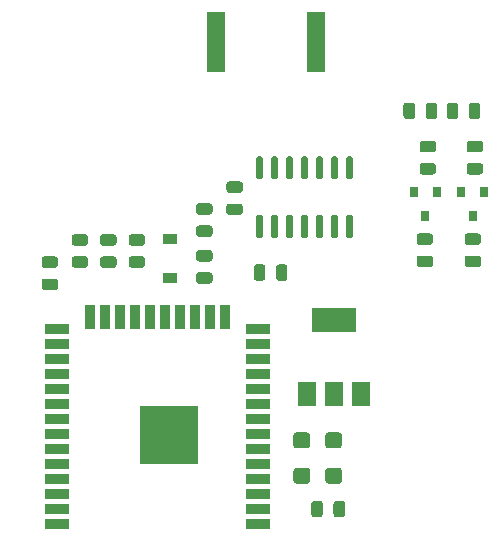
<source format=gtp>
G04 #@! TF.GenerationSoftware,KiCad,Pcbnew,(5.1.9-0-10_14)*
G04 #@! TF.CreationDate,2021-03-24T15:19:10+01:00*
G04 #@! TF.ProjectId,ithowifi_4l,6974686f-7769-4666-995f-346c2e6b6963,rev?*
G04 #@! TF.SameCoordinates,Original*
G04 #@! TF.FileFunction,Paste,Top*
G04 #@! TF.FilePolarity,Positive*
%FSLAX46Y46*%
G04 Gerber Fmt 4.6, Leading zero omitted, Abs format (unit mm)*
G04 Created by KiCad (PCBNEW (5.1.9-0-10_14)) date 2021-03-24 15:19:10*
%MOMM*%
%LPD*%
G01*
G04 APERTURE LIST*
%ADD10R,2.000000X0.900000*%
%ADD11R,0.900000X2.000000*%
%ADD12R,5.000000X5.000000*%
%ADD13R,1.500000X2.000000*%
%ADD14R,3.800000X2.000000*%
%ADD15R,1.200000X0.900000*%
%ADD16R,1.500000X5.080000*%
%ADD17R,0.800000X0.900000*%
G04 APERTURE END LIST*
G36*
G01*
X104772600Y-124416000D02*
X104472600Y-124416000D01*
G75*
G02*
X104322600Y-124266000I0J150000D01*
G01*
X104322600Y-122616000D01*
G75*
G02*
X104472600Y-122466000I150000J0D01*
G01*
X104772600Y-122466000D01*
G75*
G02*
X104922600Y-122616000I0J-150000D01*
G01*
X104922600Y-124266000D01*
G75*
G02*
X104772600Y-124416000I-150000J0D01*
G01*
G37*
G36*
G01*
X106042600Y-124416000D02*
X105742600Y-124416000D01*
G75*
G02*
X105592600Y-124266000I0J150000D01*
G01*
X105592600Y-122616000D01*
G75*
G02*
X105742600Y-122466000I150000J0D01*
G01*
X106042600Y-122466000D01*
G75*
G02*
X106192600Y-122616000I0J-150000D01*
G01*
X106192600Y-124266000D01*
G75*
G02*
X106042600Y-124416000I-150000J0D01*
G01*
G37*
G36*
G01*
X107312600Y-124416000D02*
X107012600Y-124416000D01*
G75*
G02*
X106862600Y-124266000I0J150000D01*
G01*
X106862600Y-122616000D01*
G75*
G02*
X107012600Y-122466000I150000J0D01*
G01*
X107312600Y-122466000D01*
G75*
G02*
X107462600Y-122616000I0J-150000D01*
G01*
X107462600Y-124266000D01*
G75*
G02*
X107312600Y-124416000I-150000J0D01*
G01*
G37*
G36*
G01*
X108582600Y-124416000D02*
X108282600Y-124416000D01*
G75*
G02*
X108132600Y-124266000I0J150000D01*
G01*
X108132600Y-122616000D01*
G75*
G02*
X108282600Y-122466000I150000J0D01*
G01*
X108582600Y-122466000D01*
G75*
G02*
X108732600Y-122616000I0J-150000D01*
G01*
X108732600Y-124266000D01*
G75*
G02*
X108582600Y-124416000I-150000J0D01*
G01*
G37*
G36*
G01*
X109852600Y-124416000D02*
X109552600Y-124416000D01*
G75*
G02*
X109402600Y-124266000I0J150000D01*
G01*
X109402600Y-122616000D01*
G75*
G02*
X109552600Y-122466000I150000J0D01*
G01*
X109852600Y-122466000D01*
G75*
G02*
X110002600Y-122616000I0J-150000D01*
G01*
X110002600Y-124266000D01*
G75*
G02*
X109852600Y-124416000I-150000J0D01*
G01*
G37*
G36*
G01*
X111122600Y-124416000D02*
X110822600Y-124416000D01*
G75*
G02*
X110672600Y-124266000I0J150000D01*
G01*
X110672600Y-122616000D01*
G75*
G02*
X110822600Y-122466000I150000J0D01*
G01*
X111122600Y-122466000D01*
G75*
G02*
X111272600Y-122616000I0J-150000D01*
G01*
X111272600Y-124266000D01*
G75*
G02*
X111122600Y-124416000I-150000J0D01*
G01*
G37*
G36*
G01*
X112392600Y-124416000D02*
X112092600Y-124416000D01*
G75*
G02*
X111942600Y-124266000I0J150000D01*
G01*
X111942600Y-122616000D01*
G75*
G02*
X112092600Y-122466000I150000J0D01*
G01*
X112392600Y-122466000D01*
G75*
G02*
X112542600Y-122616000I0J-150000D01*
G01*
X112542600Y-124266000D01*
G75*
G02*
X112392600Y-124416000I-150000J0D01*
G01*
G37*
G36*
G01*
X112392600Y-119466000D02*
X112092600Y-119466000D01*
G75*
G02*
X111942600Y-119316000I0J150000D01*
G01*
X111942600Y-117666000D01*
G75*
G02*
X112092600Y-117516000I150000J0D01*
G01*
X112392600Y-117516000D01*
G75*
G02*
X112542600Y-117666000I0J-150000D01*
G01*
X112542600Y-119316000D01*
G75*
G02*
X112392600Y-119466000I-150000J0D01*
G01*
G37*
G36*
G01*
X111122600Y-119466000D02*
X110822600Y-119466000D01*
G75*
G02*
X110672600Y-119316000I0J150000D01*
G01*
X110672600Y-117666000D01*
G75*
G02*
X110822600Y-117516000I150000J0D01*
G01*
X111122600Y-117516000D01*
G75*
G02*
X111272600Y-117666000I0J-150000D01*
G01*
X111272600Y-119316000D01*
G75*
G02*
X111122600Y-119466000I-150000J0D01*
G01*
G37*
G36*
G01*
X109852600Y-119466000D02*
X109552600Y-119466000D01*
G75*
G02*
X109402600Y-119316000I0J150000D01*
G01*
X109402600Y-117666000D01*
G75*
G02*
X109552600Y-117516000I150000J0D01*
G01*
X109852600Y-117516000D01*
G75*
G02*
X110002600Y-117666000I0J-150000D01*
G01*
X110002600Y-119316000D01*
G75*
G02*
X109852600Y-119466000I-150000J0D01*
G01*
G37*
G36*
G01*
X108582600Y-119466000D02*
X108282600Y-119466000D01*
G75*
G02*
X108132600Y-119316000I0J150000D01*
G01*
X108132600Y-117666000D01*
G75*
G02*
X108282600Y-117516000I150000J0D01*
G01*
X108582600Y-117516000D01*
G75*
G02*
X108732600Y-117666000I0J-150000D01*
G01*
X108732600Y-119316000D01*
G75*
G02*
X108582600Y-119466000I-150000J0D01*
G01*
G37*
G36*
G01*
X107312600Y-119466000D02*
X107012600Y-119466000D01*
G75*
G02*
X106862600Y-119316000I0J150000D01*
G01*
X106862600Y-117666000D01*
G75*
G02*
X107012600Y-117516000I150000J0D01*
G01*
X107312600Y-117516000D01*
G75*
G02*
X107462600Y-117666000I0J-150000D01*
G01*
X107462600Y-119316000D01*
G75*
G02*
X107312600Y-119466000I-150000J0D01*
G01*
G37*
G36*
G01*
X106042600Y-119466000D02*
X105742600Y-119466000D01*
G75*
G02*
X105592600Y-119316000I0J150000D01*
G01*
X105592600Y-117666000D01*
G75*
G02*
X105742600Y-117516000I150000J0D01*
G01*
X106042600Y-117516000D01*
G75*
G02*
X106192600Y-117666000I0J-150000D01*
G01*
X106192600Y-119316000D01*
G75*
G02*
X106042600Y-119466000I-150000J0D01*
G01*
G37*
G36*
G01*
X104772600Y-119466000D02*
X104472600Y-119466000D01*
G75*
G02*
X104322600Y-119316000I0J150000D01*
G01*
X104322600Y-117666000D01*
G75*
G02*
X104472600Y-117516000I150000J0D01*
G01*
X104772600Y-117516000D01*
G75*
G02*
X104922600Y-117666000I0J-150000D01*
G01*
X104922600Y-119316000D01*
G75*
G02*
X104772600Y-119466000I-150000J0D01*
G01*
G37*
D10*
X87477600Y-148615400D03*
X87477600Y-147345400D03*
X87477600Y-146075400D03*
X87477600Y-144805400D03*
X87477600Y-143535400D03*
X87477600Y-142265400D03*
X87477600Y-140995400D03*
X87477600Y-139725400D03*
X87477600Y-138455400D03*
X87477600Y-137185400D03*
X87477600Y-135915400D03*
X87477600Y-134645400D03*
X87477600Y-133375400D03*
X87477600Y-132105400D03*
D11*
X90262600Y-131105400D03*
X91532600Y-131105400D03*
X92802600Y-131105400D03*
X94072600Y-131105400D03*
X95342600Y-131105400D03*
X96612600Y-131105400D03*
X97882600Y-131105400D03*
X99152600Y-131105400D03*
X100422600Y-131105400D03*
X101692600Y-131105400D03*
D10*
X104477600Y-132105400D03*
X104477600Y-133375400D03*
X104477600Y-134645400D03*
X104477600Y-135915400D03*
X104477600Y-137185400D03*
X104477600Y-138455400D03*
X104477600Y-139725400D03*
X104477600Y-140995400D03*
X104477600Y-142265400D03*
X104477600Y-143535400D03*
X104477600Y-144805400D03*
X104477600Y-146075400D03*
X104477600Y-147345400D03*
X104477600Y-148615400D03*
D12*
X96977600Y-141115400D03*
G36*
G01*
X106014700Y-127811850D02*
X106014700Y-126899350D01*
G75*
G02*
X106258450Y-126655600I243750J0D01*
G01*
X106745950Y-126655600D01*
G75*
G02*
X106989700Y-126899350I0J-243750D01*
G01*
X106989700Y-127811850D01*
G75*
G02*
X106745950Y-128055600I-243750J0D01*
G01*
X106258450Y-128055600D01*
G75*
G02*
X106014700Y-127811850I0J243750D01*
G01*
G37*
G36*
G01*
X104139700Y-127811850D02*
X104139700Y-126899350D01*
G75*
G02*
X104383450Y-126655600I243750J0D01*
G01*
X104870950Y-126655600D01*
G75*
G02*
X105114700Y-126899350I0J-243750D01*
G01*
X105114700Y-127811850D01*
G75*
G02*
X104870950Y-128055600I-243750J0D01*
G01*
X104383450Y-128055600D01*
G75*
G02*
X104139700Y-127811850I0J243750D01*
G01*
G37*
G36*
G01*
X108896400Y-141129199D02*
X108896400Y-141979201D01*
G75*
G02*
X108646401Y-142229200I-249999J0D01*
G01*
X107746399Y-142229200D01*
G75*
G02*
X107496400Y-141979201I0J249999D01*
G01*
X107496400Y-141129199D01*
G75*
G02*
X107746399Y-140879200I249999J0D01*
G01*
X108646401Y-140879200D01*
G75*
G02*
X108896400Y-141129199I0J-249999D01*
G01*
G37*
G36*
G01*
X111596400Y-141129199D02*
X111596400Y-141979201D01*
G75*
G02*
X111346401Y-142229200I-249999J0D01*
G01*
X110446399Y-142229200D01*
G75*
G02*
X110196400Y-141979201I0J249999D01*
G01*
X110196400Y-141129199D01*
G75*
G02*
X110446399Y-140879200I249999J0D01*
G01*
X111346401Y-140879200D01*
G75*
G02*
X111596400Y-141129199I0J-249999D01*
G01*
G37*
G36*
G01*
X108900200Y-144126399D02*
X108900200Y-144976401D01*
G75*
G02*
X108650201Y-145226400I-249999J0D01*
G01*
X107750199Y-145226400D01*
G75*
G02*
X107500200Y-144976401I0J249999D01*
G01*
X107500200Y-144126399D01*
G75*
G02*
X107750199Y-143876400I249999J0D01*
G01*
X108650201Y-143876400D01*
G75*
G02*
X108900200Y-144126399I0J-249999D01*
G01*
G37*
G36*
G01*
X111600200Y-144126399D02*
X111600200Y-144976401D01*
G75*
G02*
X111350201Y-145226400I-249999J0D01*
G01*
X110450199Y-145226400D01*
G75*
G02*
X110200200Y-144976401I0J249999D01*
G01*
X110200200Y-144126399D01*
G75*
G02*
X110450199Y-143876400I249999J0D01*
G01*
X111350201Y-143876400D01*
G75*
G02*
X111600200Y-144126399I0J-249999D01*
G01*
G37*
G36*
G01*
X87324250Y-126954100D02*
X86411750Y-126954100D01*
G75*
G02*
X86168000Y-126710350I0J243750D01*
G01*
X86168000Y-126222850D01*
G75*
G02*
X86411750Y-125979100I243750J0D01*
G01*
X87324250Y-125979100D01*
G75*
G02*
X87568000Y-126222850I0J-243750D01*
G01*
X87568000Y-126710350D01*
G75*
G02*
X87324250Y-126954100I-243750J0D01*
G01*
G37*
G36*
G01*
X87324250Y-128829100D02*
X86411750Y-128829100D01*
G75*
G02*
X86168000Y-128585350I0J243750D01*
G01*
X86168000Y-128097850D01*
G75*
G02*
X86411750Y-127854100I243750J0D01*
G01*
X87324250Y-127854100D01*
G75*
G02*
X87568000Y-128097850I0J-243750D01*
G01*
X87568000Y-128585350D01*
G75*
G02*
X87324250Y-128829100I-243750J0D01*
G01*
G37*
G36*
G01*
X88951750Y-125974500D02*
X89864250Y-125974500D01*
G75*
G02*
X90108000Y-126218250I0J-243750D01*
G01*
X90108000Y-126705750D01*
G75*
G02*
X89864250Y-126949500I-243750J0D01*
G01*
X88951750Y-126949500D01*
G75*
G02*
X88708000Y-126705750I0J243750D01*
G01*
X88708000Y-126218250D01*
G75*
G02*
X88951750Y-125974500I243750J0D01*
G01*
G37*
G36*
G01*
X88951750Y-124099500D02*
X89864250Y-124099500D01*
G75*
G02*
X90108000Y-124343250I0J-243750D01*
G01*
X90108000Y-124830750D01*
G75*
G02*
X89864250Y-125074500I-243750J0D01*
G01*
X88951750Y-125074500D01*
G75*
G02*
X88708000Y-124830750I0J243750D01*
G01*
X88708000Y-124343250D01*
G75*
G02*
X88951750Y-124099500I243750J0D01*
G01*
G37*
D13*
X108647200Y-137668000D03*
X113247200Y-137668000D03*
X110947200Y-137668000D03*
D14*
X110947200Y-131368000D03*
G36*
G01*
X94690250Y-125074500D02*
X93777750Y-125074500D01*
G75*
G02*
X93534000Y-124830750I0J243750D01*
G01*
X93534000Y-124343250D01*
G75*
G02*
X93777750Y-124099500I243750J0D01*
G01*
X94690250Y-124099500D01*
G75*
G02*
X94934000Y-124343250I0J-243750D01*
G01*
X94934000Y-124830750D01*
G75*
G02*
X94690250Y-125074500I-243750J0D01*
G01*
G37*
G36*
G01*
X94690250Y-126949500D02*
X93777750Y-126949500D01*
G75*
G02*
X93534000Y-126705750I0J243750D01*
G01*
X93534000Y-126218250D01*
G75*
G02*
X93777750Y-125974500I243750J0D01*
G01*
X94690250Y-125974500D01*
G75*
G02*
X94934000Y-126218250I0J-243750D01*
G01*
X94934000Y-126705750D01*
G75*
G02*
X94690250Y-126949500I-243750J0D01*
G01*
G37*
G36*
G01*
X100405250Y-122458300D02*
X99492750Y-122458300D01*
G75*
G02*
X99249000Y-122214550I0J243750D01*
G01*
X99249000Y-121727050D01*
G75*
G02*
X99492750Y-121483300I243750J0D01*
G01*
X100405250Y-121483300D01*
G75*
G02*
X100649000Y-121727050I0J-243750D01*
G01*
X100649000Y-122214550D01*
G75*
G02*
X100405250Y-122458300I-243750J0D01*
G01*
G37*
G36*
G01*
X100405250Y-124333300D02*
X99492750Y-124333300D01*
G75*
G02*
X99249000Y-124089550I0J243750D01*
G01*
X99249000Y-123602050D01*
G75*
G02*
X99492750Y-123358300I243750J0D01*
G01*
X100405250Y-123358300D01*
G75*
G02*
X100649000Y-123602050I0J-243750D01*
G01*
X100649000Y-124089550D01*
G75*
G02*
X100405250Y-124333300I-243750J0D01*
G01*
G37*
D15*
X97028000Y-124536200D03*
X97028000Y-127836200D03*
G36*
G01*
X110886900Y-147827050D02*
X110886900Y-146914550D01*
G75*
G02*
X111130650Y-146670800I243750J0D01*
G01*
X111618150Y-146670800D01*
G75*
G02*
X111861900Y-146914550I0J-243750D01*
G01*
X111861900Y-147827050D01*
G75*
G02*
X111618150Y-148070800I-243750J0D01*
G01*
X111130650Y-148070800D01*
G75*
G02*
X110886900Y-147827050I0J243750D01*
G01*
G37*
G36*
G01*
X109011900Y-147827050D02*
X109011900Y-146914550D01*
G75*
G02*
X109255650Y-146670800I243750J0D01*
G01*
X109743150Y-146670800D01*
G75*
G02*
X109986900Y-146914550I0J-243750D01*
G01*
X109986900Y-147827050D01*
G75*
G02*
X109743150Y-148070800I-243750J0D01*
G01*
X109255650Y-148070800D01*
G75*
G02*
X109011900Y-147827050I0J243750D01*
G01*
G37*
G36*
G01*
X99492750Y-127323000D02*
X100405250Y-127323000D01*
G75*
G02*
X100649000Y-127566750I0J-243750D01*
G01*
X100649000Y-128054250D01*
G75*
G02*
X100405250Y-128298000I-243750J0D01*
G01*
X99492750Y-128298000D01*
G75*
G02*
X99249000Y-128054250I0J243750D01*
G01*
X99249000Y-127566750D01*
G75*
G02*
X99492750Y-127323000I243750J0D01*
G01*
G37*
G36*
G01*
X99492750Y-125448000D02*
X100405250Y-125448000D01*
G75*
G02*
X100649000Y-125691750I0J-243750D01*
G01*
X100649000Y-126179250D01*
G75*
G02*
X100405250Y-126423000I-243750J0D01*
G01*
X99492750Y-126423000D01*
G75*
G02*
X99249000Y-126179250I0J243750D01*
G01*
X99249000Y-125691750D01*
G75*
G02*
X99492750Y-125448000I243750J0D01*
G01*
G37*
D16*
X100931400Y-107848400D03*
X109431400Y-107848400D03*
G36*
G01*
X118687000Y-114121250D02*
X118687000Y-113208750D01*
G75*
G02*
X118930750Y-112965000I243750J0D01*
G01*
X119418250Y-112965000D01*
G75*
G02*
X119662000Y-113208750I0J-243750D01*
G01*
X119662000Y-114121250D01*
G75*
G02*
X119418250Y-114365000I-243750J0D01*
G01*
X118930750Y-114365000D01*
G75*
G02*
X118687000Y-114121250I0J243750D01*
G01*
G37*
G36*
G01*
X116812000Y-114121250D02*
X116812000Y-113208750D01*
G75*
G02*
X117055750Y-112965000I243750J0D01*
G01*
X117543250Y-112965000D01*
G75*
G02*
X117787000Y-113208750I0J-243750D01*
G01*
X117787000Y-114121250D01*
G75*
G02*
X117543250Y-114365000I-243750J0D01*
G01*
X117055750Y-114365000D01*
G75*
G02*
X116812000Y-114121250I0J243750D01*
G01*
G37*
G36*
G01*
X92277250Y-126949500D02*
X91364750Y-126949500D01*
G75*
G02*
X91121000Y-126705750I0J243750D01*
G01*
X91121000Y-126218250D01*
G75*
G02*
X91364750Y-125974500I243750J0D01*
G01*
X92277250Y-125974500D01*
G75*
G02*
X92521000Y-126218250I0J-243750D01*
G01*
X92521000Y-126705750D01*
G75*
G02*
X92277250Y-126949500I-243750J0D01*
G01*
G37*
G36*
G01*
X92277250Y-125074500D02*
X91364750Y-125074500D01*
G75*
G02*
X91121000Y-124830750I0J243750D01*
G01*
X91121000Y-124343250D01*
G75*
G02*
X91364750Y-124099500I243750J0D01*
G01*
X92277250Y-124099500D01*
G75*
G02*
X92521000Y-124343250I0J-243750D01*
G01*
X92521000Y-124830750D01*
G75*
G02*
X92277250Y-125074500I-243750J0D01*
G01*
G37*
G36*
G01*
X121442300Y-113208750D02*
X121442300Y-114121250D01*
G75*
G02*
X121198550Y-114365000I-243750J0D01*
G01*
X120711050Y-114365000D01*
G75*
G02*
X120467300Y-114121250I0J243750D01*
G01*
X120467300Y-113208750D01*
G75*
G02*
X120711050Y-112965000I243750J0D01*
G01*
X121198550Y-112965000D01*
G75*
G02*
X121442300Y-113208750I0J-243750D01*
G01*
G37*
G36*
G01*
X123317300Y-113208750D02*
X123317300Y-114121250D01*
G75*
G02*
X123073550Y-114365000I-243750J0D01*
G01*
X122586050Y-114365000D01*
G75*
G02*
X122342300Y-114121250I0J243750D01*
G01*
X122342300Y-113208750D01*
G75*
G02*
X122586050Y-112965000I243750J0D01*
G01*
X123073550Y-112965000D01*
G75*
G02*
X123317300Y-113208750I0J-243750D01*
G01*
G37*
G36*
G01*
X118161750Y-125911000D02*
X119074250Y-125911000D01*
G75*
G02*
X119318000Y-126154750I0J-243750D01*
G01*
X119318000Y-126642250D01*
G75*
G02*
X119074250Y-126886000I-243750J0D01*
G01*
X118161750Y-126886000D01*
G75*
G02*
X117918000Y-126642250I0J243750D01*
G01*
X117918000Y-126154750D01*
G75*
G02*
X118161750Y-125911000I243750J0D01*
G01*
G37*
G36*
G01*
X118161750Y-124036000D02*
X119074250Y-124036000D01*
G75*
G02*
X119318000Y-124279750I0J-243750D01*
G01*
X119318000Y-124767250D01*
G75*
G02*
X119074250Y-125011000I-243750J0D01*
G01*
X118161750Y-125011000D01*
G75*
G02*
X117918000Y-124767250I0J243750D01*
G01*
X117918000Y-124279750D01*
G75*
G02*
X118161750Y-124036000I243750J0D01*
G01*
G37*
G36*
G01*
X122225750Y-125911000D02*
X123138250Y-125911000D01*
G75*
G02*
X123382000Y-126154750I0J-243750D01*
G01*
X123382000Y-126642250D01*
G75*
G02*
X123138250Y-126886000I-243750J0D01*
G01*
X122225750Y-126886000D01*
G75*
G02*
X121982000Y-126642250I0J243750D01*
G01*
X121982000Y-126154750D01*
G75*
G02*
X122225750Y-125911000I243750J0D01*
G01*
G37*
G36*
G01*
X122225750Y-124036000D02*
X123138250Y-124036000D01*
G75*
G02*
X123382000Y-124279750I0J-243750D01*
G01*
X123382000Y-124767250D01*
G75*
G02*
X123138250Y-125011000I-243750J0D01*
G01*
X122225750Y-125011000D01*
G75*
G02*
X121982000Y-124767250I0J243750D01*
G01*
X121982000Y-124279750D01*
G75*
G02*
X122225750Y-124036000I243750J0D01*
G01*
G37*
G36*
G01*
X118415750Y-118074400D02*
X119328250Y-118074400D01*
G75*
G02*
X119572000Y-118318150I0J-243750D01*
G01*
X119572000Y-118805650D01*
G75*
G02*
X119328250Y-119049400I-243750J0D01*
G01*
X118415750Y-119049400D01*
G75*
G02*
X118172000Y-118805650I0J243750D01*
G01*
X118172000Y-118318150D01*
G75*
G02*
X118415750Y-118074400I243750J0D01*
G01*
G37*
G36*
G01*
X118415750Y-116199400D02*
X119328250Y-116199400D01*
G75*
G02*
X119572000Y-116443150I0J-243750D01*
G01*
X119572000Y-116930650D01*
G75*
G02*
X119328250Y-117174400I-243750J0D01*
G01*
X118415750Y-117174400D01*
G75*
G02*
X118172000Y-116930650I0J243750D01*
G01*
X118172000Y-116443150D01*
G75*
G02*
X118415750Y-116199400I243750J0D01*
G01*
G37*
G36*
G01*
X123316050Y-117174400D02*
X122403550Y-117174400D01*
G75*
G02*
X122159800Y-116930650I0J243750D01*
G01*
X122159800Y-116443150D01*
G75*
G02*
X122403550Y-116199400I243750J0D01*
G01*
X123316050Y-116199400D01*
G75*
G02*
X123559800Y-116443150I0J-243750D01*
G01*
X123559800Y-116930650D01*
G75*
G02*
X123316050Y-117174400I-243750J0D01*
G01*
G37*
G36*
G01*
X123316050Y-119049400D02*
X122403550Y-119049400D01*
G75*
G02*
X122159800Y-118805650I0J243750D01*
G01*
X122159800Y-118318150D01*
G75*
G02*
X122403550Y-118074400I243750J0D01*
G01*
X123316050Y-118074400D01*
G75*
G02*
X123559800Y-118318150I0J-243750D01*
G01*
X123559800Y-118805650D01*
G75*
G02*
X123316050Y-119049400I-243750J0D01*
G01*
G37*
G36*
G01*
X102970650Y-122479100D02*
X102058150Y-122479100D01*
G75*
G02*
X101814400Y-122235350I0J243750D01*
G01*
X101814400Y-121747850D01*
G75*
G02*
X102058150Y-121504100I243750J0D01*
G01*
X102970650Y-121504100D01*
G75*
G02*
X103214400Y-121747850I0J-243750D01*
G01*
X103214400Y-122235350D01*
G75*
G02*
X102970650Y-122479100I-243750J0D01*
G01*
G37*
G36*
G01*
X102970650Y-120604100D02*
X102058150Y-120604100D01*
G75*
G02*
X101814400Y-120360350I0J243750D01*
G01*
X101814400Y-119872850D01*
G75*
G02*
X102058150Y-119629100I243750J0D01*
G01*
X102970650Y-119629100D01*
G75*
G02*
X103214400Y-119872850I0J-243750D01*
G01*
X103214400Y-120360350D01*
G75*
G02*
X102970650Y-120604100I-243750J0D01*
G01*
G37*
D17*
X118658600Y-122539000D03*
X117708600Y-120539000D03*
X119608600Y-120539000D03*
X122656600Y-122539000D03*
X121706600Y-120539000D03*
X123606600Y-120539000D03*
M02*

</source>
